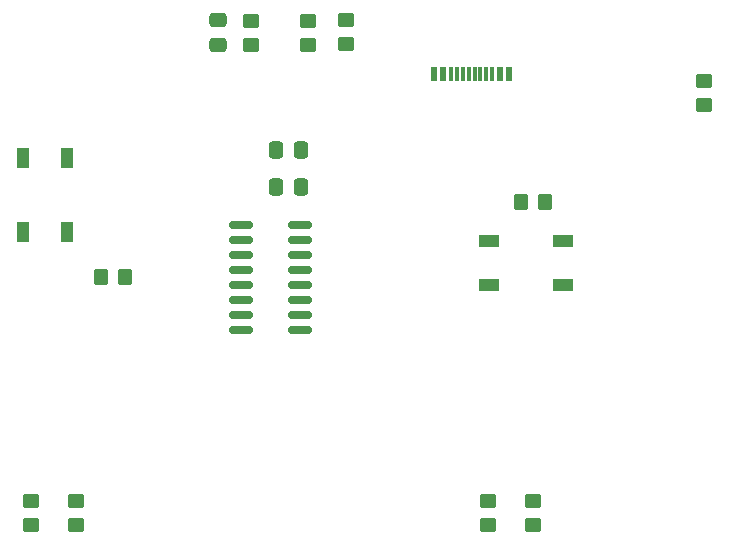
<source format=gtp>
G04 #@! TF.GenerationSoftware,KiCad,Pcbnew,7.0.2*
G04 #@! TF.CreationDate,2023-08-22T20:01:55-07:00*
G04 #@! TF.ProjectId,4x5Macro-Numpad-USBC,3478354d-6163-4726-9f2d-4e756d706164,rev?*
G04 #@! TF.SameCoordinates,Original*
G04 #@! TF.FileFunction,Paste,Top*
G04 #@! TF.FilePolarity,Positive*
%FSLAX46Y46*%
G04 Gerber Fmt 4.6, Leading zero omitted, Abs format (unit mm)*
G04 Created by KiCad (PCBNEW 7.0.2) date 2023-08-22 20:01:55*
%MOMM*%
%LPD*%
G01*
G04 APERTURE LIST*
G04 Aperture macros list*
%AMRoundRect*
0 Rectangle with rounded corners*
0 $1 Rounding radius*
0 $2 $3 $4 $5 $6 $7 $8 $9 X,Y pos of 4 corners*
0 Add a 4 corners polygon primitive as box body*
4,1,4,$2,$3,$4,$5,$6,$7,$8,$9,$2,$3,0*
0 Add four circle primitives for the rounded corners*
1,1,$1+$1,$2,$3*
1,1,$1+$1,$4,$5*
1,1,$1+$1,$6,$7*
1,1,$1+$1,$8,$9*
0 Add four rect primitives between the rounded corners*
20,1,$1+$1,$2,$3,$4,$5,0*
20,1,$1+$1,$4,$5,$6,$7,0*
20,1,$1+$1,$6,$7,$8,$9,0*
20,1,$1+$1,$8,$9,$2,$3,0*%
G04 Aperture macros list end*
%ADD10RoundRect,0.250000X0.450000X-0.350000X0.450000X0.350000X-0.450000X0.350000X-0.450000X-0.350000X0*%
%ADD11RoundRect,0.250000X-0.475000X0.337500X-0.475000X-0.337500X0.475000X-0.337500X0.475000X0.337500X0*%
%ADD12R,1.000000X1.700000*%
%ADD13RoundRect,0.250000X-0.337500X-0.475000X0.337500X-0.475000X0.337500X0.475000X-0.337500X0.475000X0*%
%ADD14RoundRect,0.150000X-0.850000X-0.150000X0.850000X-0.150000X0.850000X0.150000X-0.850000X0.150000X0*%
%ADD15RoundRect,0.250000X-0.350000X-0.450000X0.350000X-0.450000X0.350000X0.450000X-0.350000X0.450000X0*%
%ADD16RoundRect,0.250000X-0.450000X0.350000X-0.450000X-0.350000X0.450000X-0.350000X0.450000X0.350000X0*%
%ADD17R,1.700000X1.000000*%
%ADD18R,0.600000X1.240000*%
%ADD19R,0.300000X1.240000*%
%ADD20RoundRect,0.250000X0.337500X0.475000X-0.337500X0.475000X-0.337500X-0.475000X0.337500X-0.475000X0*%
%ADD21RoundRect,0.250000X0.350000X0.450000X-0.350000X0.450000X-0.350000X-0.450000X0.350000X-0.450000X0*%
G04 APERTURE END LIST*
D10*
X158140400Y-34728400D03*
X158140400Y-36728400D03*
D11*
X147320000Y-36830000D03*
X147320000Y-34755000D03*
D10*
X135255000Y-75470000D03*
X135255000Y-77470000D03*
D12*
X134515000Y-46380000D03*
X134515000Y-52680000D03*
X130815000Y-46380000D03*
X130815000Y-52680000D03*
D13*
X154305000Y-48895000D03*
X152230000Y-48895000D03*
D10*
X170180000Y-75470000D03*
X170180000Y-77470000D03*
D14*
X154225000Y-52070000D03*
X154225000Y-53340000D03*
X154225000Y-54610000D03*
X154225000Y-55880000D03*
X154225000Y-57150000D03*
X154225000Y-58420000D03*
X154225000Y-59690000D03*
X154225000Y-60960000D03*
X149225000Y-60960000D03*
X149225000Y-59690000D03*
X149225000Y-58420000D03*
X149225000Y-57150000D03*
X149225000Y-55880000D03*
X149225000Y-54610000D03*
X149225000Y-53340000D03*
X149225000Y-52070000D03*
D15*
X139430000Y-56515000D03*
X137430000Y-56515000D03*
D16*
X150114000Y-36798000D03*
X150114000Y-34798000D03*
D10*
X173990000Y-75470000D03*
X173990000Y-77470000D03*
D16*
X188468000Y-41894000D03*
X188468000Y-39894000D03*
D17*
X170205000Y-53445000D03*
X176505000Y-53445000D03*
X170205000Y-57145000D03*
X176505000Y-57145000D03*
D10*
X131445000Y-75470000D03*
X131445000Y-77470000D03*
D18*
X171970000Y-39285000D03*
X171170000Y-39285000D03*
D19*
X170520000Y-39285000D03*
X169520000Y-39285000D03*
X168020000Y-39285000D03*
X167020000Y-39285000D03*
D18*
X166370000Y-39285000D03*
X165570000Y-39285000D03*
X165570000Y-39285000D03*
X166370000Y-39285000D03*
D19*
X167520000Y-39285000D03*
X168520000Y-39285000D03*
X169020000Y-39285000D03*
X170020000Y-39285000D03*
D18*
X171170000Y-39285000D03*
X171970000Y-39285000D03*
D20*
X152230000Y-45720000D03*
X154305000Y-45720000D03*
D10*
X154940000Y-34830000D03*
X154940000Y-36830000D03*
D21*
X172990000Y-50165000D03*
X174990000Y-50165000D03*
M02*

</source>
